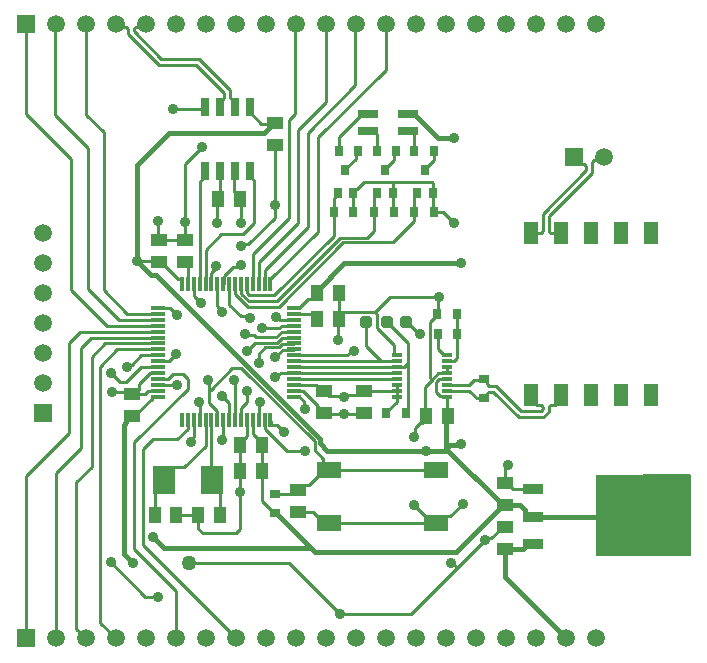
<source format=gtl>
G04*
G04 #@! TF.GenerationSoftware,Altium Limited,Altium Designer,21.2.0 (30)*
G04*
G04 Layer_Physical_Order=1*
G04 Layer_Color=255*
%FSLAX25Y25*%
%MOIN*%
G70*
G04*
G04 #@! TF.SameCoordinates,77A29CB9-FCA2-4D4B-8533-71CC963FDA7C*
G04*
G04*
G04 #@! TF.FilePolarity,Positive*
G04*
G01*
G75*
%ADD14C,0.01000*%
%ADD15R,0.02756X0.03543*%
%ADD16R,0.05000X0.07441*%
%ADD17R,0.03347X0.02756*%
%ADD18R,0.08268X0.05512*%
%ADD19R,0.06890X0.03740*%
%ADD20R,0.06890X0.12598*%
%ADD21R,0.05315X0.03937*%
%ADD22R,0.03937X0.05315*%
%ADD23R,0.07087X0.02953*%
%ADD24R,0.02756X0.06102*%
G04:AMPARAMS|DCode=25|XSize=39.37mil|YSize=39.37mil|CornerRadius=9.84mil|HoleSize=0mil|Usage=FLASHONLY|Rotation=90.000|XOffset=0mil|YOffset=0mil|HoleType=Round|Shape=RoundedRectangle|*
%AMROUNDEDRECTD25*
21,1,0.03937,0.01968,0,0,90.0*
21,1,0.01968,0.03937,0,0,90.0*
1,1,0.01968,0.00984,0.00984*
1,1,0.01968,0.00984,-0.00984*
1,1,0.01968,-0.00984,-0.00984*
1,1,0.01968,-0.00984,0.00984*
%
%ADD25ROUNDEDRECTD25*%
%ADD26R,0.03500X0.01201*%
%ADD27R,0.02756X0.03347*%
%ADD28R,0.07480X0.09449*%
%ADD29R,0.01181X0.04724*%
%ADD30R,0.04724X0.01181*%
%ADD53C,0.01500*%
%ADD54C,0.05906*%
%ADD55R,0.05906X0.05906*%
%ADD56R,0.05906X0.05906*%
%ADD57C,0.03543*%
%ADD58C,0.05000*%
G36*
X493700Y270646D02*
Y243600D01*
X462000D01*
Y270900D01*
X493346Y270999D01*
X493700Y270646D01*
D02*
G37*
D14*
X411036Y257098D02*
X413498D01*
X408780Y254842D02*
X411036Y257098D01*
X413498D02*
X417600Y261200D01*
X407402Y254842D02*
X408780D01*
X403505Y288205D02*
X403990D01*
X405458Y289673D02*
Y290362D01*
X401787Y283987D02*
Y286487D01*
X403505Y288205D01*
X403990D02*
X405458Y289673D01*
X355700Y328800D02*
X376700Y349800D01*
X346266Y328800D02*
X355700D01*
X376700Y349800D02*
X385900D01*
X346587Y330600D02*
X354900D01*
X374652Y350352D02*
Y358331D01*
X354900Y330600D02*
X374652Y350352D01*
X346145Y326800D02*
X356400D01*
X377900Y348300D02*
X394400D01*
X356400Y326800D02*
X377900Y348300D01*
X369400Y383300D02*
X392000Y405900D01*
Y419626D01*
X366000Y384800D02*
X381900Y400700D01*
Y419903D01*
X362800Y385700D02*
X372200Y395100D01*
Y420310D01*
X361900Y391200D02*
Y420763D01*
X359700Y389000D02*
X361900Y391200D01*
X292100Y390900D02*
Y421151D01*
Y390900D02*
X298000Y385000D01*
X281900Y390800D02*
X292900Y379800D01*
X281900Y390800D02*
Y420356D01*
X272100Y391100D02*
Y420428D01*
Y391100D02*
X287200Y376000D01*
X407341Y374957D02*
X408048Y375664D01*
X405100Y372340D02*
Y372734D01*
X407323Y374957D01*
X407341D01*
X394730Y378134D02*
X395433Y378837D01*
X394730Y375664D02*
Y378134D01*
X391800Y372340D02*
Y372734D01*
X394730Y375664D01*
X378500Y372340D02*
Y372734D01*
X381940Y376174D01*
Y377959D01*
X382818Y378837D01*
X407803Y364715D02*
X407900Y364812D01*
Y367914D01*
X407314Y368500D02*
X407900Y367914D01*
X393914Y368500D02*
X407314D01*
X394359Y364860D02*
X394500Y365001D01*
X384699Y368500D02*
X393914D01*
X394500Y365001D02*
Y367914D01*
X393914Y368500D02*
X394500Y367914D01*
X381937Y366131D02*
X382331D01*
X384699Y368500D01*
X381059Y364860D02*
Y365253D01*
X381937Y366131D01*
X407803Y358476D02*
Y364715D01*
Y358476D02*
X407948Y358331D01*
X394359Y364860D02*
X394553Y364665D01*
Y358526D02*
X394748Y358331D01*
X394553Y358526D02*
Y364665D01*
X381103Y358376D02*
Y364815D01*
X381059Y364860D02*
X381103Y364815D01*
Y358376D02*
X381148Y358331D01*
X401454Y355354D02*
Y358331D01*
X401452Y363377D02*
X402541Y364466D01*
X401452Y358331D02*
Y363377D01*
X402541Y364466D02*
Y364860D01*
X388252Y358331D02*
Y363477D01*
X389241Y364466D01*
Y364860D01*
X374652Y358331D02*
Y363177D01*
X375941Y364466D01*
Y364860D01*
X446886Y351546D02*
X450300D01*
Y296034D02*
Y297254D01*
X448300Y294034D02*
X450300Y296034D01*
X446886Y294034D02*
X448300D01*
X440300Y296034D02*
Y297254D01*
Y351546D02*
X443714D01*
X454700Y376600D02*
X457020Y374280D01*
X458114D01*
X458700Y373694D01*
Y372273D02*
Y373694D01*
X444300Y357873D02*
X458700Y372273D01*
X444300Y352132D02*
Y357873D01*
X443714Y351546D02*
X444300Y352132D01*
X440300Y296034D02*
X442300Y294034D01*
X443714D01*
X444300Y293448D01*
Y292620D02*
Y293448D01*
X443714Y292034D02*
X444300Y292620D01*
X437179Y292034D02*
X443714D01*
X428713Y300500D02*
X437179Y292034D01*
X426359Y300500D02*
X428713D01*
X425773Y301086D02*
X426359Y300500D01*
X425773Y301086D02*
Y301870D01*
X424895Y302748D02*
X425773Y301870D01*
X424600Y302748D02*
X424895D01*
X446300Y293448D02*
X446886Y294034D01*
X446300Y291791D02*
Y293448D01*
X444543Y290034D02*
X446300Y291791D01*
X436350Y290034D02*
X444543D01*
X427884Y298500D02*
X436350Y290034D01*
X426359Y298500D02*
X427884D01*
X425773Y297914D02*
X426359Y298500D01*
X425773Y297130D02*
Y297914D01*
X424895Y296252D02*
X425773Y297130D01*
X424600Y296252D02*
X424895D01*
X463817Y375717D02*
X464700Y376600D01*
X461286Y375717D02*
X463817D01*
X460700Y375131D02*
X461286Y375717D01*
X460700Y371444D02*
Y375131D01*
X446300Y357044D02*
X460700Y371444D01*
X446300Y352132D02*
Y357044D01*
Y352132D02*
X446886Y351546D01*
X355100Y310000D02*
X355212D01*
X357744Y312531D02*
X361374D01*
X355212Y310000D02*
X357744Y312531D01*
X351872Y313372D02*
X356462D01*
X349600Y308200D02*
Y311100D01*
X351872Y313372D01*
X355144Y303300D02*
X355488D01*
X340900Y306400D02*
X343845D01*
X368272Y281973D01*
Y279128D02*
Y281973D01*
X356936Y304748D02*
X361465D01*
X355488Y303300D02*
X356936Y304748D01*
X361465D02*
X361483Y304766D01*
X384395Y291000D02*
X384853Y291458D01*
X371500Y291358D02*
X371858Y291000D01*
X384395D01*
X377512Y296588D02*
X378888D01*
X376927Y297173D02*
X377512Y296588D01*
X372969Y297173D02*
X376927D01*
X379573Y297273D02*
X383385D01*
X378888Y296588D02*
X379573Y297273D01*
X383385D02*
X384853Y298742D01*
X394759Y298879D02*
X395909D01*
X394622Y298742D02*
X394759Y298879D01*
X384853Y298742D02*
X394622D01*
X399127Y291725D02*
Y292932D01*
X398748Y291346D02*
X399127Y291725D01*
X399300Y293105D02*
Y307942D01*
X399127Y292932D02*
X399300Y293105D01*
X395800Y295190D02*
Y296810D01*
X392252Y291641D02*
X395800Y295190D01*
X392252Y291346D02*
Y291641D01*
X395900Y296910D02*
X395909D01*
X395800Y296810D02*
X395900Y296910D01*
X404958Y290862D02*
Y300080D01*
Y290862D02*
X405458Y290362D01*
X404958Y300080D02*
X407270Y302392D01*
X401300Y283500D02*
X401787Y283987D01*
X412491Y290612D02*
X412742Y290362D01*
X412491Y290612D02*
Y296910D01*
X349654Y289000D02*
X349744Y289090D01*
Y294744D01*
X350200Y295200D01*
X359834Y241500D02*
X376900Y224434D01*
X326300Y241500D02*
X359834D01*
X343748Y293025D02*
X345751Y295028D01*
X345600Y298800D02*
X345751Y298649D01*
Y295028D02*
Y298649D01*
X343748Y289000D02*
Y293025D01*
X341500Y302300D02*
X341689Y302111D01*
Y289090D02*
Y302111D01*
Y289090D02*
X341779Y289000D01*
X339811D02*
Y294589D01*
X337300Y297100D02*
X339811Y294589D01*
X333628Y299128D02*
X340900Y306400D01*
X333172Y299085D02*
Y299384D01*
Y294601D02*
Y299085D01*
Y299384D02*
Y302028D01*
X333287Y299384D02*
X333542Y299128D01*
X333628D01*
X332800Y302400D02*
X333172Y302028D01*
Y294601D02*
X335784Y291990D01*
X357591Y314500D02*
X361374D01*
X356462Y313372D02*
X357591Y314500D01*
X350900Y319900D02*
X356627D01*
X348572Y314872D02*
X355841D01*
X345700Y312000D02*
X348572Y314872D01*
X348860Y316628D02*
X355476D01*
X348175Y317313D02*
X348860Y316628D01*
X345487Y317313D02*
X348175D01*
X345000Y317800D02*
X345487Y317313D01*
X346113Y323587D02*
X346600Y323100D01*
X339811Y327489D02*
X343713Y323587D01*
X346113D01*
X400334Y224434D02*
X416000Y240100D01*
X414288Y241300D02*
X415488Y240100D01*
X416000D01*
X413600Y241300D02*
X414288D01*
X320098Y326402D02*
X322500Y324000D01*
X316189Y326402D02*
X320098D01*
X328091Y330517D02*
Y334185D01*
X328000Y334276D02*
X328091Y334185D01*
Y330517D02*
X330400Y328208D01*
Y328200D02*
Y328208D01*
X376100Y322563D02*
X376359Y322822D01*
X376100Y315900D02*
Y322563D01*
X371500Y298642D02*
X372969Y297173D01*
X361465Y296874D02*
X363236D01*
X364613Y295497D01*
Y293087D02*
Y295497D01*
Y293087D02*
X365100Y292600D01*
X316313Y407562D02*
X328816D01*
X338200Y396565D02*
Y398178D01*
X337614Y395979D02*
X338200Y396565D01*
X337578Y395979D02*
X337614D01*
X336700Y395102D02*
X337578Y395979D01*
X336700Y393428D02*
Y395102D01*
X328816Y407562D02*
X338200Y398178D01*
X310900Y419531D02*
X311486Y420117D01*
X340200Y396565D02*
X340786Y395979D01*
X340822D01*
X340200Y396565D02*
Y399007D01*
X341700Y393428D02*
Y395102D01*
X340822Y395979D02*
X341700Y395102D01*
X329645Y409562D02*
X340200Y399007D01*
X311117Y420117D02*
X312000Y421000D01*
X305414Y420117D02*
X306000Y419531D01*
Y417874D02*
Y419531D01*
X308586Y420117D02*
X311117D01*
X308000Y418703D02*
Y419531D01*
X306000Y417874D02*
X316313Y407562D01*
X308000Y419531D02*
X308586Y420117D01*
X302883D02*
X305414D01*
X302000Y421000D02*
X302883Y420117D01*
X317141Y409562D02*
X329645D01*
X308000Y418703D02*
X317141Y409562D01*
X406687Y302975D02*
Y321649D01*
Y302975D02*
X407270Y302392D01*
X406687Y321649D02*
X409252Y324214D01*
X407270Y302392D02*
X409582Y304703D01*
X409252Y324214D02*
Y324510D01*
X311900Y230200D02*
X316200D01*
X300300Y241800D02*
X311900Y230200D01*
X296800Y221500D02*
Y306900D01*
Y221500D02*
X302000Y216300D01*
X288800Y219500D02*
X292000Y216300D01*
X288800Y219500D02*
Y268300D01*
X294000Y273500D01*
X355000Y360834D02*
Y380658D01*
Y356400D02*
Y360834D01*
X335500Y339812D02*
Y340500D01*
X333906Y334276D02*
Y338217D01*
X335500Y339812D01*
X337933Y337171D02*
X340975Y340213D01*
X343413D01*
X343900Y340700D01*
X393502Y330200D02*
X409700D01*
X388458Y325156D02*
X393502Y330200D01*
X416000Y240100D02*
X425100Y249200D01*
X372953Y254842D02*
X407402D01*
X401509Y260734D02*
X407402Y254842D01*
X401300Y260734D02*
X401509D01*
X376900Y224434D02*
X400334D01*
X325000Y355200D02*
Y374334D01*
X330700Y380034D01*
X335874Y327058D02*
X337400Y325532D01*
Y325200D02*
Y325532D01*
X335874Y327058D02*
Y334276D01*
X350642Y262115D02*
Y272022D01*
Y262115D02*
X354705Y258052D01*
X339811Y327489D02*
Y334276D01*
X350555Y387900D02*
X354269D01*
X321200Y392700D02*
X330972D01*
X331700Y393428D01*
X342000Y251300D02*
X343400Y252700D01*
Y265000D01*
X331100Y251300D02*
X342000D01*
X329558Y252842D02*
X331100Y251300D01*
X329558Y252842D02*
Y257538D01*
X368272Y279128D02*
X371172Y276228D01*
Y274340D02*
Y276228D01*
Y274340D02*
X372953Y272558D01*
X353590Y289000D02*
X353681Y288910D01*
Y287313D02*
X355687D01*
X353681D02*
Y288910D01*
X355687Y287313D02*
X358000Y285000D01*
X409476Y324734D02*
Y329976D01*
X409700Y330200D01*
X409252Y324510D02*
X409476Y324734D01*
X376359Y323511D02*
Y331500D01*
Y322822D02*
Y323511D01*
X377828Y324979D01*
X378517D02*
X378693Y325156D01*
X388458D01*
X389044Y324570D01*
Y319775D02*
Y324570D01*
X377828Y324979D02*
X378517D01*
X394659Y310790D02*
X394759Y310690D01*
X389044Y319775D02*
X394659Y314160D01*
X394759Y310690D02*
X395909D01*
X394659Y310790D02*
Y314160D01*
X412491Y304784D02*
Y306753D01*
X409582Y304703D02*
X412411D01*
X412491Y304784D01*
X410208Y296991D02*
X412411D01*
X408900Y298299D02*
Y301900D01*
X412411Y296991D02*
X412491Y296910D01*
X408900Y298299D02*
X410208Y296991D01*
X408900Y301900D02*
X409816Y302816D01*
X412491D01*
X432600Y273512D02*
Y274200D01*
X431731Y268025D02*
Y272643D01*
X432600Y273512D01*
X425587Y249687D02*
X427256D01*
X431011Y253442D02*
X431700D01*
X427256Y249687D02*
X431011Y253442D01*
X425100Y249200D02*
X425587Y249687D01*
X432420Y268025D02*
X434490Y265955D01*
X431731Y268025D02*
X432420D01*
X434490Y265955D02*
X441098D01*
X322258Y257538D02*
X322258Y257538D01*
X329558D01*
X354705Y258052D02*
X355000D01*
X362700Y258558D02*
X367859D01*
X371575Y254842D01*
X372953D01*
X346187Y347587D02*
X355000Y356400D01*
X344087Y347587D02*
X346187D01*
X343600Y347100D02*
X344087Y347587D01*
X355000Y387942D02*
X355100Y388042D01*
X343800Y354900D02*
Y362342D01*
X343442Y362700D02*
X343800Y362342D01*
X336158Y362700D02*
X336700Y363242D01*
X335900Y362442D02*
X336158Y362700D01*
X335900Y354900D02*
Y362442D01*
X407948Y358331D02*
X411069D01*
X414600Y354800D01*
X300800Y298400D02*
X306742D01*
X307500Y297642D01*
X316300Y349170D02*
X324978D01*
X325000Y349192D02*
Y355200D01*
X324978Y349170D02*
X325000Y349192D01*
X316000Y349470D02*
X316300Y349170D01*
X316000Y349470D02*
Y355400D01*
X309200Y342000D02*
X316187D01*
X316300Y341887D01*
X305600Y306600D02*
X306288D01*
X310353Y310653D02*
X316189D01*
X307252Y307563D02*
X307263D01*
X310353Y310653D01*
X306288Y306600D02*
X307252Y307563D01*
X305427Y301800D02*
X310343Y306716D01*
X300500Y304800D02*
X303500Y301800D01*
X305427D01*
X372953Y272558D02*
X408780D01*
X355000Y264548D02*
X361406D01*
X362700Y265842D01*
X366327Y267310D02*
X371575Y272558D01*
X364169Y267310D02*
X366327D01*
X362700Y265842D02*
X364169Y267310D01*
X371575Y272558D02*
X372953D01*
X335784Y289090D02*
X335874Y289000D01*
X335784Y289090D02*
Y291990D01*
X398800Y321800D02*
X399000D01*
X403100Y317700D01*
X403300D01*
X379165Y310653D02*
X380712Y312200D01*
X361465Y310653D02*
X379165D01*
X380712Y312200D02*
X381400D01*
X361374Y312531D02*
X361465Y312622D01*
X361374Y314500D02*
X361465Y314591D01*
X355841Y314872D02*
X357528Y316559D01*
X361465D01*
X355476Y316628D02*
X357376Y318528D01*
X361465D01*
X356924Y322465D02*
X361465D01*
X356088Y323300D02*
X356924Y322465D01*
X355400Y323300D02*
X356088D01*
X356627Y319900D02*
X357223Y320496D01*
X361465D01*
X394400Y348300D02*
X401454Y355354D01*
X341870Y331075D02*
X346145Y326800D01*
X341779Y334276D02*
X341870Y334185D01*
Y331075D02*
Y334185D01*
X385900Y349800D02*
X388252Y352152D01*
Y358331D01*
X343839Y331227D02*
Y334185D01*
X343748Y334276D02*
X343839Y334185D01*
Y331227D02*
X346266Y328800D01*
X345807Y331380D02*
X346587Y330600D01*
X345717Y334276D02*
X345807Y334185D01*
Y331380D02*
Y334185D01*
X351713Y286104D02*
Y288910D01*
Y286104D02*
X359017Y278800D01*
X365000D01*
X351622Y289000D02*
X351713Y288910D01*
X337752Y282752D02*
Y288910D01*
X337400Y282400D02*
X337752Y282752D01*
Y288910D02*
X337842Y289000D01*
X329934Y289034D02*
X329969Y289000D01*
X329934Y289034D02*
Y294966D01*
X329900Y295000D02*
X329934Y294966D01*
X327200Y282588D02*
X328000Y283388D01*
X327200Y281900D02*
Y282588D01*
X328000Y283388D02*
Y289000D01*
X311000Y247300D02*
X342000Y216300D01*
X311000Y247300D02*
Y279300D01*
X314400Y282700D01*
X322536D01*
X325941Y286104D02*
Y288910D01*
X322536Y282700D02*
X325941Y286104D01*
Y288910D02*
X326031Y289000D01*
X322000Y216300D02*
Y232100D01*
X308100Y246000D02*
X322000Y232100D01*
X308100Y246000D02*
Y281673D01*
X326000Y299573D02*
Y302900D01*
X308100Y281673D02*
X326000Y299573D01*
X324400Y304500D02*
X326000Y302900D01*
X321200Y304500D02*
X324400D01*
X319479Y302780D02*
X321200Y304500D01*
X316189Y302780D02*
X319479D01*
X316245Y300756D02*
X322445D01*
X316189Y300811D02*
X316245Y300756D01*
X322445D02*
X322500Y300700D01*
X310343Y306716D02*
X316189D01*
X319685Y308685D02*
X322200Y311200D01*
X316189Y308685D02*
X319685D01*
X308189Y297642D02*
X311658D01*
X309658Y299110D02*
Y301022D01*
X308189Y297642D02*
X309658Y299110D01*
X307500Y297642D02*
X308189D01*
X316098Y304658D02*
X316189Y304748D01*
X313294Y304658D02*
X316098D01*
X309658Y301022D02*
X313294Y304658D01*
X337933Y334366D02*
Y337171D01*
X337842Y334276D02*
X337933Y334366D01*
X296800Y306900D02*
X302522Y312622D01*
X316189D01*
X294000Y273500D02*
Y310200D01*
X298391Y314591D01*
X316189D01*
X282000Y271400D02*
X290300Y279700D01*
X282000Y216300D02*
Y271400D01*
X290300Y279700D02*
Y313100D01*
X293759Y316559D01*
X316189D01*
X272000Y216300D02*
Y270400D01*
X286300Y284700D01*
Y314600D01*
X290228Y318528D01*
X316189D01*
X394748Y358331D02*
X394944Y358527D01*
X381148Y358331D02*
X381224Y358407D01*
X298000Y332300D02*
Y385000D01*
Y332300D02*
X305867Y324433D01*
X316189D01*
X292900Y332800D02*
Y379800D01*
Y332800D02*
X303235Y322465D01*
X316189D01*
X287200Y332500D02*
Y376000D01*
Y332500D02*
X299204Y320496D01*
X316189D01*
X311658Y297642D02*
X312768Y298752D01*
X316098D01*
X316189Y298843D01*
X308189Y290358D02*
X314327Y296496D01*
X307500Y290358D02*
X308189D01*
X314327Y296496D02*
Y296783D01*
X314417Y296874D01*
X316189D01*
X324063Y334276D02*
Y336047D01*
X316300Y341887D02*
X316989D01*
X322738Y336138D01*
X323972D01*
X324063Y336047D01*
X324978Y341887D02*
X326031Y340833D01*
Y334276D02*
Y340833D01*
X346700Y370298D02*
Y371972D01*
Y370298D02*
X348200Y368798D01*
Y354673D02*
Y368798D01*
X344527Y351000D02*
X348200Y354673D01*
X337200Y351000D02*
X344527D01*
X331937Y345737D02*
X337200Y351000D01*
X331937Y334276D02*
Y345737D01*
X329969Y334276D02*
Y368567D01*
X331700Y370298D01*
Y371972D01*
X359700Y356500D02*
Y389000D01*
X347685Y344485D02*
X359700Y356500D01*
X347685Y334276D02*
Y344485D01*
X362800Y354900D02*
Y385700D01*
X349654Y341754D02*
X362800Y354900D01*
X349654Y334276D02*
Y341754D01*
X367607Y324433D02*
X369076Y322965D01*
Y322822D02*
Y322965D01*
X361465Y324433D02*
X367607D01*
X366177Y329343D02*
X367607D01*
X369076Y330811D02*
Y331500D01*
X361465Y326402D02*
X363236D01*
X366177Y329343D01*
X367607D02*
X369076Y330811D01*
X343400Y265000D02*
Y271980D01*
X343358Y272022D02*
X343400Y271980D01*
X350642Y272022D02*
Y280700D01*
X347685Y284346D02*
X350642Y281389D01*
Y280700D02*
Y281389D01*
X347685Y284346D02*
Y289000D01*
X343358Y272022D02*
Y280700D01*
Y281389D02*
X345717Y283747D01*
X343358Y280700D02*
Y281389D01*
X345717Y283747D02*
Y289000D01*
X334187Y269169D02*
X336842Y266514D01*
X333906Y269450D02*
X334187Y269169D01*
X336842Y257538D02*
Y266514D01*
X314975Y266098D02*
X318045Y269169D01*
X314975Y257538D02*
Y266098D01*
X318045Y270153D02*
X321286Y273393D01*
X324893D02*
X331937Y280437D01*
X318045Y269169D02*
Y270153D01*
X321286Y273393D02*
X324893D01*
X331937Y280437D02*
Y289000D01*
X333906Y269450D02*
Y289000D01*
X395909Y298879D02*
Y300847D01*
Y296910D02*
Y298879D01*
X361555Y298752D02*
X364360D01*
X370811Y291358D02*
X371500D01*
X361465Y298843D02*
X361555Y298752D01*
X364360D02*
X369342Y293770D01*
Y292827D02*
Y293770D01*
Y292827D02*
X370811Y291358D01*
Y298642D02*
X371500D01*
X361465Y300811D02*
X368642D01*
X370811Y298642D01*
X408048Y375664D02*
Y378837D01*
X399393Y385449D02*
X400576D01*
X401552Y378837D02*
Y384472D01*
X400576Y385449D02*
X401552Y384472D01*
X386007Y385449D02*
X387960D01*
X388937Y378837D02*
Y384472D01*
X387960Y385449D02*
X388937Y384472D01*
X376322Y383539D02*
X383940Y391157D01*
X376322Y378837D02*
Y383539D01*
X383940Y391157D02*
X386007D01*
X336700Y363242D02*
Y371972D01*
X341973Y364858D02*
X343442Y363389D01*
X341303Y365443D02*
X341888Y364858D01*
X341303Y371574D02*
X341700Y371972D01*
X343442Y362700D02*
Y363389D01*
X341888Y364858D02*
X341973D01*
X341303Y365443D02*
Y371574D01*
X346700Y391755D02*
X350555Y387900D01*
X346700Y391755D02*
Y393428D01*
X366000Y353500D02*
Y384800D01*
X351622Y339122D02*
X366000Y353500D01*
X351622Y334276D02*
Y339122D01*
X369400Y351857D02*
Y383300D01*
X353590Y334276D02*
Y336047D01*
X369400Y351857D01*
X415748Y324510D02*
X415798Y324460D01*
Y317850D02*
X415848Y317800D01*
X415798Y317850D02*
Y324460D01*
X412491Y308721D02*
X412572Y308802D01*
X414775D01*
X415848Y309875D01*
Y317800D01*
X409352Y312680D02*
Y317800D01*
Y312680D02*
X411342Y310690D01*
X412491D01*
X361483Y304766D02*
X395890D01*
X395909Y304784D01*
Y306753D02*
X395989Y306834D01*
X395890Y306735D02*
X395909Y306753D01*
X398192Y306834D02*
X399300Y307942D01*
X395989Y306834D02*
X398192D01*
X399300Y307942D02*
Y314700D01*
X392300Y321700D02*
X399300Y314700D01*
X361483Y308703D02*
X390497D01*
X395890D01*
X385500Y313700D02*
X390497Y308703D01*
X385500Y313700D02*
Y321600D01*
X424326Y302474D02*
X424600Y302748D01*
X421427Y302474D02*
X424326D01*
X412491Y300847D02*
X419800D01*
X421427Y302474D01*
X412491Y298879D02*
X419800D01*
X422427Y296252D02*
X424600D01*
X419800Y298879D02*
X422427Y296252D01*
X361483Y302798D02*
X395890D01*
X361483Y306735D02*
X395890D01*
Y302798D02*
X395909Y302816D01*
X395890Y308703D02*
X395909Y308721D01*
X361465Y306716D02*
X361483Y306735D01*
X361465Y308685D02*
X361483Y308703D01*
X361465Y302780D02*
X361483Y302798D01*
D15*
X375941Y364860D02*
D03*
X378500Y372340D02*
D03*
X381059Y364860D02*
D03*
X389241D02*
D03*
X391800Y372340D02*
D03*
X394359Y364860D02*
D03*
X402541D02*
D03*
X405100Y372340D02*
D03*
X407659Y364860D02*
D03*
D16*
X460300Y297254D02*
D03*
X450300D02*
D03*
X440300D02*
D03*
X470300D02*
D03*
X480300D02*
D03*
X460300Y351546D02*
D03*
X450300D02*
D03*
X440300D02*
D03*
X470300D02*
D03*
X480300D02*
D03*
D17*
X424600Y302748D02*
D03*
Y296252D02*
D03*
X355000Y264548D02*
D03*
Y258052D02*
D03*
D18*
X408780Y272558D02*
D03*
X372953D02*
D03*
X408780Y254842D02*
D03*
X372953D02*
D03*
D19*
X441098Y265955D02*
D03*
Y256900D02*
D03*
Y247845D02*
D03*
D20*
X465902Y256900D02*
D03*
D21*
X431731Y268025D02*
D03*
Y260742D02*
D03*
X431700Y253442D02*
D03*
Y246158D02*
D03*
X355000Y387942D02*
D03*
Y380658D02*
D03*
X307500Y290358D02*
D03*
Y297642D02*
D03*
X362700Y265842D02*
D03*
Y258558D02*
D03*
X324978Y349170D02*
D03*
Y341887D02*
D03*
X316300D02*
D03*
Y349170D02*
D03*
X384853Y291458D02*
D03*
Y298742D02*
D03*
X371500Y298642D02*
D03*
Y291358D02*
D03*
D22*
X336158Y362700D02*
D03*
X343442D02*
D03*
X329558Y257538D02*
D03*
X336842D02*
D03*
X322258Y257538D02*
D03*
X314975D02*
D03*
X369076Y331500D02*
D03*
X376359D02*
D03*
Y322822D02*
D03*
X369076D02*
D03*
X405458Y290362D02*
D03*
X412742D02*
D03*
X350642Y280700D02*
D03*
X343358D02*
D03*
X350642Y272022D02*
D03*
X343358D02*
D03*
D23*
X399393Y391157D02*
D03*
X386007D02*
D03*
X399393Y385449D02*
D03*
X386007D02*
D03*
D24*
X331700Y393428D02*
D03*
X336700D02*
D03*
X341700D02*
D03*
X346700D02*
D03*
Y371972D02*
D03*
X341700D02*
D03*
X336700D02*
D03*
X331700D02*
D03*
D25*
X398800Y321800D02*
D03*
X392300Y321700D02*
D03*
X385500Y321600D02*
D03*
D26*
X395909Y310690D02*
D03*
Y308721D02*
D03*
Y306753D02*
D03*
Y304784D02*
D03*
Y302816D02*
D03*
Y300847D02*
D03*
Y298879D02*
D03*
Y296910D02*
D03*
X412491Y310690D02*
D03*
Y308721D02*
D03*
Y306753D02*
D03*
Y304784D02*
D03*
Y302816D02*
D03*
Y300847D02*
D03*
Y298879D02*
D03*
Y296910D02*
D03*
D27*
X395433Y378837D02*
D03*
X388937D02*
D03*
X382818D02*
D03*
X376322D02*
D03*
X408048D02*
D03*
X401552D02*
D03*
X407948Y358331D02*
D03*
X401452D02*
D03*
X394748D02*
D03*
X388252D02*
D03*
X381148D02*
D03*
X374652D02*
D03*
X409252Y324510D02*
D03*
X415748D02*
D03*
X415848Y317800D02*
D03*
X409352D02*
D03*
X398748Y291346D02*
D03*
X392252D02*
D03*
D28*
X318045Y269169D02*
D03*
X334187D02*
D03*
D29*
X353590Y289000D02*
D03*
X351622D02*
D03*
X349654D02*
D03*
X347685D02*
D03*
X345717D02*
D03*
X343748D02*
D03*
X341779D02*
D03*
X339811D02*
D03*
X337842D02*
D03*
X335874D02*
D03*
X333906D02*
D03*
X331937D02*
D03*
X329969D02*
D03*
X328000D02*
D03*
X326031D02*
D03*
X324063D02*
D03*
X353590Y334276D02*
D03*
X351622D02*
D03*
X349654D02*
D03*
X347685D02*
D03*
X345717D02*
D03*
X343748D02*
D03*
X341779D02*
D03*
X339811D02*
D03*
X337842D02*
D03*
X335874D02*
D03*
X333906D02*
D03*
X331937D02*
D03*
X329969D02*
D03*
X328000D02*
D03*
X326031D02*
D03*
X324063D02*
D03*
D30*
X361465Y310653D02*
D03*
Y308685D02*
D03*
Y306716D02*
D03*
Y304748D02*
D03*
Y302780D02*
D03*
Y300811D02*
D03*
Y298843D02*
D03*
Y296874D02*
D03*
Y326402D02*
D03*
Y324433D02*
D03*
Y322465D02*
D03*
Y320496D02*
D03*
Y318528D02*
D03*
Y316559D02*
D03*
Y314591D02*
D03*
Y312622D02*
D03*
X316189Y326402D02*
D03*
Y324433D02*
D03*
Y322465D02*
D03*
Y320496D02*
D03*
Y318528D02*
D03*
Y316559D02*
D03*
Y314591D02*
D03*
Y312622D02*
D03*
Y310653D02*
D03*
Y308685D02*
D03*
Y306716D02*
D03*
Y304748D02*
D03*
Y302780D02*
D03*
Y300811D02*
D03*
Y298843D02*
D03*
Y296874D02*
D03*
D53*
X370022Y281278D02*
Y282698D01*
X315320Y337400D02*
X370022Y282698D01*
X313800Y337400D02*
X315320D01*
X372400Y278900D02*
X405300D01*
X370022Y281278D02*
X372400Y278900D01*
X412242Y279542D02*
Y289862D01*
X412742Y290362D01*
X355295Y258052D02*
X367047Y246300D01*
X314300Y250100D02*
X318100Y246300D01*
X367047D01*
X368347Y245000D01*
X314300Y250100D02*
Y250200D01*
X354269Y387900D02*
X354311Y387942D01*
X351269Y384900D02*
X354269Y387900D01*
X319900Y384900D02*
X351269D01*
X354311Y387942D02*
X355000D01*
X309200Y374200D02*
X319900Y384900D01*
X309200Y342000D02*
Y374200D01*
X369076Y332189D02*
X378187Y341300D01*
X417200D01*
X369076Y331500D02*
Y332189D01*
X413308Y280609D02*
X416809D01*
X417200Y281000D01*
X412242Y279542D02*
X413308Y280609D01*
X305592Y288451D02*
Y289140D01*
X304600Y287458D02*
X305592Y288451D01*
X304600Y244500D02*
Y287458D01*
X306811Y290358D02*
X307500D01*
X305592Y289140D02*
X306811Y290358D01*
X304600Y244500D02*
X307600Y241500D01*
X309200Y342000D02*
X313800Y337400D01*
X368347Y245000D02*
X415300D01*
X355000Y258052D02*
X355295D01*
X431042Y260742D02*
X431731D01*
X415300Y245000D02*
X431042Y260742D01*
X401460Y391157D02*
X409517Y383100D01*
X399393Y391157D02*
X401460D01*
X409517Y383100D02*
X414900D01*
X405300Y278900D02*
X411599D01*
X412242Y279542D01*
X431042Y260742D01*
X438404Y258020D02*
X439524Y256900D01*
X441098D01*
X431731Y260742D02*
X436639D01*
X438404Y258977D01*
Y258020D02*
Y258977D01*
X441098Y256900D02*
X465902D01*
X437837Y246158D02*
X439524Y247845D01*
X441098D01*
X431700Y246158D02*
X437837D01*
X431700Y236600D02*
X452000Y216300D01*
X431700Y236600D02*
Y246158D01*
D54*
X464700Y376600D02*
D03*
X282000Y216300D02*
D03*
X292000D02*
D03*
X302000D02*
D03*
X312000D02*
D03*
X322000D02*
D03*
X332000D02*
D03*
X342000D02*
D03*
X352000D02*
D03*
X362000D02*
D03*
X372000D02*
D03*
X382000D02*
D03*
X392000D02*
D03*
X402000D02*
D03*
X412000D02*
D03*
X422000D02*
D03*
X432000D02*
D03*
X442000D02*
D03*
X452000D02*
D03*
X462000D02*
D03*
X282000Y421000D02*
D03*
X292000D02*
D03*
X302000D02*
D03*
X312000D02*
D03*
X322000D02*
D03*
X332000D02*
D03*
X342000D02*
D03*
X352000D02*
D03*
X362000D02*
D03*
X372000D02*
D03*
X382000D02*
D03*
X392000D02*
D03*
X402000D02*
D03*
X412000D02*
D03*
X422000D02*
D03*
X432000D02*
D03*
X442000D02*
D03*
X452000D02*
D03*
X462000D02*
D03*
X277900Y311300D02*
D03*
Y301300D02*
D03*
Y321300D02*
D03*
Y331300D02*
D03*
Y341300D02*
D03*
Y351300D02*
D03*
D55*
X454700Y376600D02*
D03*
X272000Y216300D02*
D03*
Y421000D02*
D03*
D56*
X277900Y291300D02*
D03*
D57*
X355100Y310000D02*
D03*
X355144Y303300D02*
D03*
X349600Y308200D02*
D03*
X378127Y291000D02*
D03*
X378200Y296588D02*
D03*
X350200Y295200D02*
D03*
X417600Y261200D02*
D03*
X345600Y298800D02*
D03*
X341500Y302300D02*
D03*
X337300Y297100D02*
D03*
X350900Y319900D02*
D03*
X345700Y312000D02*
D03*
X345000Y317800D02*
D03*
X346600Y323100D02*
D03*
X488000Y249000D02*
D03*
Y255400D02*
D03*
Y261700D02*
D03*
Y267600D02*
D03*
X480000Y267800D02*
D03*
Y261600D02*
D03*
Y255500D02*
D03*
Y249200D02*
D03*
X413600Y241300D02*
D03*
X322500Y324000D02*
D03*
X330400Y328200D02*
D03*
X376100Y315900D02*
D03*
X365100Y292600D02*
D03*
X355400Y323300D02*
D03*
X314300Y250200D02*
D03*
X316200Y230200D02*
D03*
X300300Y241800D02*
D03*
X355000Y360834D02*
D03*
X343900Y340700D02*
D03*
X335500Y340500D02*
D03*
X401300Y260734D02*
D03*
X376900Y224434D02*
D03*
X330700Y380034D02*
D03*
X337400Y325200D02*
D03*
X321200Y392700D02*
D03*
X417200Y341300D02*
D03*
Y281000D02*
D03*
X307600Y241500D02*
D03*
X358000Y285000D02*
D03*
X414900Y383100D02*
D03*
X405300Y278900D02*
D03*
X401300Y283500D02*
D03*
X409700Y330200D02*
D03*
X432600Y274200D02*
D03*
X425100Y249200D02*
D03*
X414600Y354800D02*
D03*
X305600Y306600D02*
D03*
X332800Y302400D02*
D03*
X403300Y317700D02*
D03*
X381400Y312200D02*
D03*
X365000Y278800D02*
D03*
X337400Y282400D02*
D03*
X329900Y295000D02*
D03*
X327200Y281900D02*
D03*
X322500Y300700D02*
D03*
X300500Y304800D02*
D03*
X322200Y311200D02*
D03*
X343600Y347100D02*
D03*
X300800Y298400D02*
D03*
X309200Y342000D02*
D03*
X325000Y355200D02*
D03*
X316000Y355400D02*
D03*
X343400Y265000D02*
D03*
X343800Y354900D02*
D03*
X335900D02*
D03*
D58*
X326300Y241500D02*
D03*
M02*

</source>
